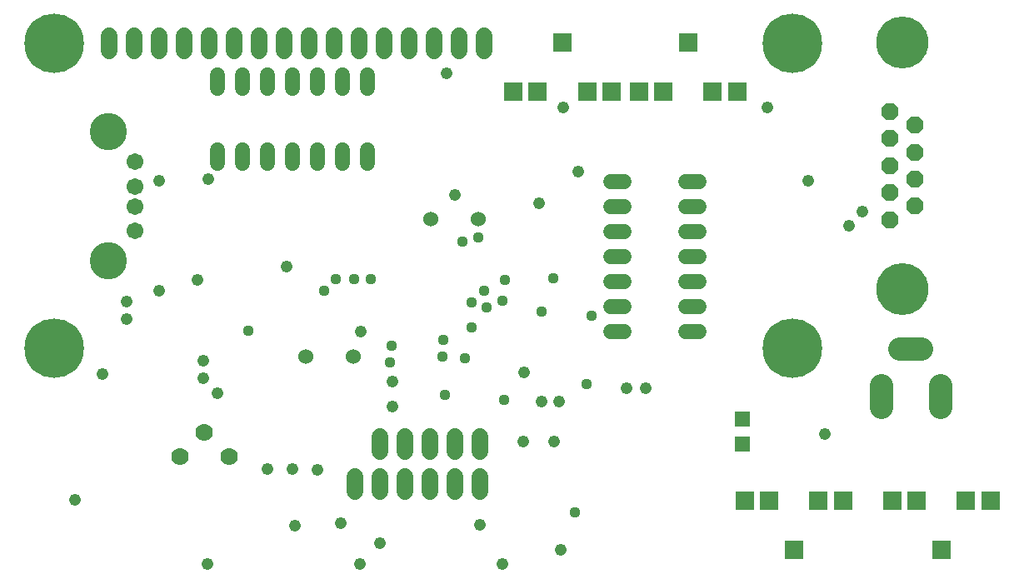
<source format=gbs>
G75*
%MOIN*%
%OFA0B0*%
%FSLAX24Y24*%
%IPPOS*%
%LPD*%
%AMOC8*
5,1,8,0,0,1.08239X$1,22.5*
%
%ADD10R,0.0595X0.0595*%
%ADD11C,0.0940*%
%ADD12C,0.0600*%
%ADD13C,0.0680*%
%ADD14R,0.0730X0.0730*%
%ADD15OC8,0.0680*%
%ADD16C,0.2080*%
%ADD17C,0.0674*%
%ADD18C,0.1486*%
%ADD19C,0.0600*%
%ADD20C,0.0700*%
%ADD21C,0.2380*%
%ADD22C,0.0476*%
%ADD23C,0.0437*%
D10*
X029943Y006141D03*
X029943Y007125D03*
D11*
X035506Y007616D02*
X035506Y008476D01*
X037868Y008476D02*
X037868Y007616D01*
X037117Y009936D02*
X036257Y009936D01*
D12*
X028203Y010633D02*
X027683Y010633D01*
X027683Y011633D02*
X028203Y011633D01*
X028203Y012633D02*
X027683Y012633D01*
X027683Y013633D02*
X028203Y013633D01*
X028203Y014633D02*
X027683Y014633D01*
X027683Y015633D02*
X028203Y015633D01*
X028203Y016633D02*
X027683Y016633D01*
X025203Y016633D02*
X024683Y016633D01*
X024683Y015633D02*
X025203Y015633D01*
X025203Y014633D02*
X024683Y014633D01*
X024683Y013633D02*
X025203Y013633D01*
X025203Y012633D02*
X024683Y012633D01*
X024683Y011633D02*
X025203Y011633D01*
X025203Y010633D02*
X024683Y010633D01*
X014943Y017373D02*
X014943Y017893D01*
X013943Y017893D02*
X013943Y017373D01*
X012943Y017373D02*
X012943Y017893D01*
X011943Y017893D02*
X011943Y017373D01*
X010943Y017373D02*
X010943Y017893D01*
X009943Y017893D02*
X009943Y017373D01*
X008943Y017373D02*
X008943Y017893D01*
X008943Y020373D02*
X008943Y020893D01*
X009943Y020893D02*
X009943Y020373D01*
X010943Y020373D02*
X010943Y020893D01*
X011943Y020893D02*
X011943Y020373D01*
X012943Y020373D02*
X012943Y020893D01*
X013943Y020893D02*
X013943Y020373D01*
X014943Y020373D02*
X014943Y020893D01*
D13*
X014596Y021880D02*
X014596Y022480D01*
X013596Y022480D02*
X013596Y021880D01*
X012596Y021880D02*
X012596Y022480D01*
X011596Y022480D02*
X011596Y021880D01*
X010596Y021880D02*
X010596Y022480D01*
X009596Y022480D02*
X009596Y021880D01*
X008596Y021880D02*
X008596Y022480D01*
X007596Y022480D02*
X007596Y021880D01*
X006596Y021880D02*
X006596Y022480D01*
X005596Y022480D02*
X005596Y021880D01*
X004596Y021880D02*
X004596Y022480D01*
X015596Y022480D02*
X015596Y021880D01*
X016596Y021880D02*
X016596Y022480D01*
X017596Y022480D02*
X017596Y021880D01*
X018596Y021880D02*
X018596Y022480D01*
X019596Y022480D02*
X019596Y021880D01*
X019443Y006433D02*
X019443Y005833D01*
X018443Y005833D02*
X018443Y006433D01*
X017443Y006433D02*
X017443Y005833D01*
X016443Y005833D02*
X016443Y006433D01*
X015443Y006433D02*
X015443Y005833D01*
X015462Y004834D02*
X015462Y004234D01*
X014462Y004234D02*
X014462Y004834D01*
X016462Y004834D02*
X016462Y004234D01*
X017462Y004234D02*
X017462Y004834D01*
X018462Y004834D02*
X018462Y004234D01*
X019462Y004234D02*
X019462Y004834D01*
D14*
X030033Y003865D03*
X031017Y003865D03*
X032986Y003865D03*
X033970Y003865D03*
X035935Y003865D03*
X036919Y003865D03*
X038887Y003865D03*
X039872Y003865D03*
X037903Y001897D03*
X032002Y001897D03*
X029742Y020239D03*
X028757Y020239D03*
X026789Y020239D03*
X025805Y020239D03*
X024714Y020251D03*
X023730Y020251D03*
X021761Y020251D03*
X020777Y020251D03*
X022746Y022219D03*
X027773Y022208D03*
D15*
X035860Y019442D03*
X036860Y018902D03*
X035860Y018362D03*
X036860Y017822D03*
X035860Y017282D03*
X036860Y016742D03*
X035860Y016202D03*
X036860Y015662D03*
X035860Y015122D03*
D16*
X036360Y012352D03*
X036360Y022212D03*
D17*
X005635Y017424D03*
X005635Y016440D03*
X005635Y015653D03*
X005635Y014668D03*
D18*
X004569Y013460D03*
X004569Y018633D03*
D19*
X017493Y015133D03*
X019393Y015133D03*
X014393Y009633D03*
X012493Y009633D03*
D20*
X008427Y006617D03*
X009411Y005633D03*
X007443Y005633D03*
D21*
X002411Y009975D03*
X002411Y022180D03*
X031939Y022180D03*
X031939Y009975D03*
D22*
X003242Y003912D03*
X008553Y001334D03*
X012057Y002869D03*
X013891Y002975D03*
X015462Y002180D03*
X014635Y001334D03*
X019458Y002889D03*
X020344Y001334D03*
X022675Y001901D03*
X022411Y006235D03*
X021171Y006235D03*
X021919Y007849D03*
X022608Y007830D03*
X021210Y008991D03*
X025305Y008361D03*
X026092Y008361D03*
X033257Y006550D03*
X034202Y014877D03*
X034734Y015448D03*
X032588Y016668D03*
X030935Y019621D03*
X023395Y017042D03*
X021820Y015763D03*
X018435Y016117D03*
X022765Y019601D03*
X018100Y020960D03*
X008584Y016727D03*
X006624Y016688D03*
X011702Y013243D03*
X008139Y012712D03*
X006624Y012286D03*
X005305Y011842D03*
X005324Y011137D03*
X008376Y009464D03*
X008395Y008775D03*
X008946Y008164D03*
X004360Y008932D03*
X010939Y005133D03*
X011935Y005133D03*
X012946Y005121D03*
X015943Y007633D03*
X015943Y008633D03*
X014675Y010645D03*
D23*
X015915Y010074D03*
X015856Y009405D03*
X017931Y009629D03*
X018848Y009582D03*
X017982Y010310D03*
X019124Y010802D03*
X019104Y011806D03*
X019722Y011609D03*
X020344Y011865D03*
X019608Y012279D03*
X020462Y012692D03*
X021899Y011452D03*
X023907Y011275D03*
X022391Y012771D03*
X019380Y014405D03*
X018750Y014247D03*
X015088Y012731D03*
X014419Y012751D03*
X013691Y012751D03*
X013218Y012259D03*
X010187Y010684D03*
X018033Y008109D03*
X020403Y007889D03*
X023710Y008538D03*
X023246Y003420D03*
M02*

</source>
